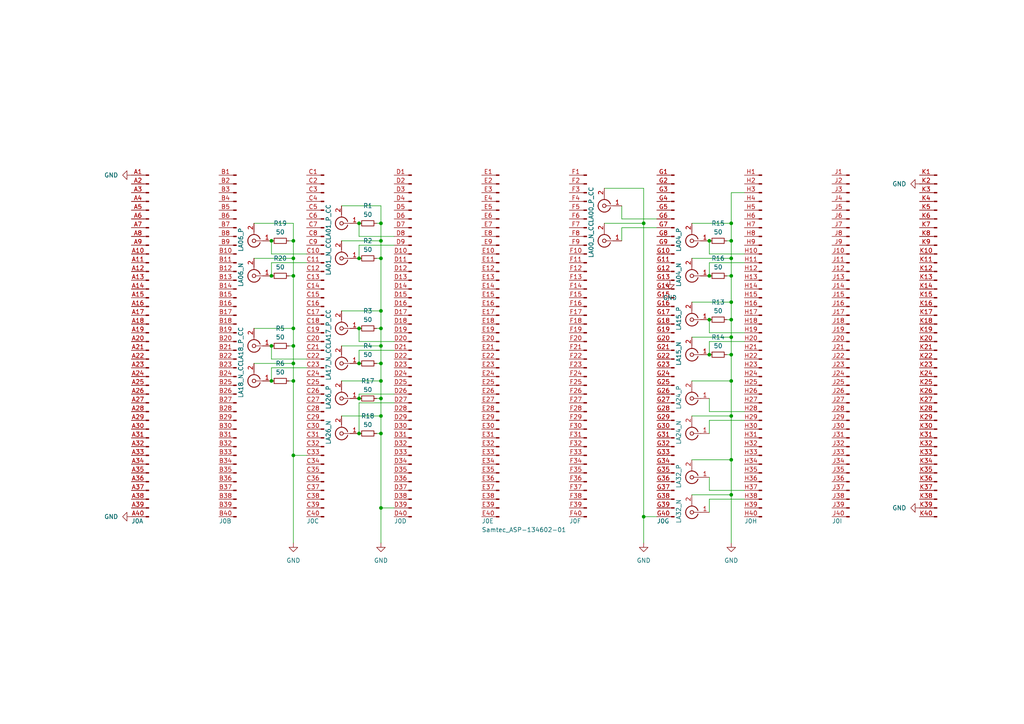
<source format=kicad_sch>
(kicad_sch (version 20230121) (generator eeschema)
  (paper "A4")
  (title_block (title "FMC Mezzanine") (date "2024-03-13") (rev "1.0") (company "University of Vienna"))
  (lib_symbols
    (symbol "Conn_Coaxial_1" (pin_names (offset 1.016) hide)
      (property "Value" "LA06_P" (at 3.81 -0.2932 90))
      (symbol "Conn_Coaxial_1_1_1"
        (pin passive line (at -5.08 0 0) (length 2.54) (name "In") (number "1"))
        (pin passive line (at 0 -5.08 90) (length 2.54) (name "Ext") (number "2"))
      )
    )
    (symbol "Connector:Conn_Coaxial" (pin_names (offset 1.016) hide)
      (property "Reference" "J" (at 0.254 3.048 0))
      (property "Value" "Conn_Coaxial" (at 2.921 0 90))
      (symbol "Conn_Coaxial_1_1"
        (pin passive line (at -5.08 0 0) (length 2.54) (name "In") (number "1"))
        (pin passive line (at 0 -5.08 90) (length 2.54) (name "Ext") (number "2"))
      )
    )
    (symbol "Connector:Samtec_ASP-134602-01" (pin_names (offset 1.016) hide)
      (property "Reference" "J" (at 0 50.8 0))
      (property "Value" "Samtec_ASP-134602-01" (at 0 -53.34 0))
      (symbol "Samtec_ASP-134602-01_1_1"
        (pin passive line (at -5.08 48.26 0) (length 3.81) (name "Pin_1") (number "A1"))
        (pin passive line (at -5.08 25.4 0) (length 3.81) (name "Pin_10") (number "A10"))
        (pin passive line (at -5.08 22.86 0) (length 3.81) (name "Pin_11") (number "A11"))
        (pin passive line (at -5.08 20.32 0) (length 3.81) (name "Pin_12") (number "A12"))
        (pin passive line (at -5.08 17.78 0) (length 3.81) (name "Pin_13") (number "A13"))
        (pin passive line (at -5.08 15.24 0) (length 3.81) (name "Pin_14") (number "A14"))
        (pin passive line (at -5.08 12.7 0) (length 3.81) (name "Pin_15") (number "A15"))
        (pin passive line (at -5.08 10.16 0) (length 3.81) (name "Pin_16") (number "A16"))
        (pin passive line (at -5.08 7.62 0) (length 3.81) (name "Pin_17") (number "A17"))
        (pin passive line (at -5.08 5.08 0) (length 3.81) (name "Pin_18") (number "A18"))
        (pin passive line (at -5.08 2.54 0) (length 3.81) (name "Pin_19") (number "A19"))
        (pin passive line (at -5.08 45.72 0) (length 3.81) (name "Pin_2") (number "A2"))
        (pin passive line (at -5.08 0 0) (length 3.81) (name "Pin_20") (number "A20"))
        (pin passive line (at -5.08 -2.54 0) (length 3.81) (name "Pin_21") (number "A21"))
        (pin passive line (at -5.08 -5.08 0) (length 3.81) (name "Pin_22") (number "A22"))
        (pin passive line (at -5.08 -7.62 0) (length 3.81) (name "Pin_23") (number "A23"))
        (pin passive line (at -5.08 -10.16 0) (length 3.81) (name "Pin_24") (number "A24"))
        (pin passive line (at -5.08 -12.7 0) (length 3.81) (name "Pin_25") (number "A25"))
        (pin passive line (at -5.08 -15.24 0) (length 3.81) (name "Pin_26") (number "A26"))
        (pin passive line (at -5.08 -17.78 0) (length 3.81) (name "Pin_27") (number "A27"))
        (pin passive line (at -5.08 -20.32 0) (length 3.81) (name "Pin_28") (number "A28"))
        (pin passive line (at -5.08 -22.86 0) (length 3.81) (name "Pin_29") (number "A29"))
        (pin passive line (at -5.08 43.18 0) (length 3.81) (name "Pin_3") (number "A3"))
        (pin passive line (at -5.08 -25.4 0) (length 3.81) (name "Pin_30") (number "A30"))
        (pin passive line (at -5.08 -27.94 0) (length 3.81) (name "Pin_31") (number "A31"))
        (pin passive line (at -5.08 -30.48 0) (length 3.81) (name "Pin_32") (number "A32"))
        (pin passive line (at -5.08 -33.02 0) (length 3.81) (name "Pin_33") (number "A33"))
        (pin passive line (at -5.08 -35.56 0) (length 3.81) (name "Pin_34") (number "A34"))
        (pin passive line (at -5.08 -38.1 0) (length 3.81) (name "Pin_35") (number "A35"))
        (pin passive line (at -5.08 -40.64 0) (length 3.81) (name "Pin_36") (number "A36"))
        (pin passive line (at -5.08 -43.18 0) (length 3.81) (name "Pin_37") (number "A37"))
        (pin passive line (at -5.08 -45.72 0) (length 3.81) (name "Pin_38") (number "A38"))
        (pin passive line (at -5.08 -48.26 0) (length 3.81) (name "Pin_39") (number "A39"))
        (pin passive line (at -5.08 40.64 0) (length 3.81) (name "Pin_4") (number "A4"))
        (pin passive line (at -5.08 -50.8 0) (length 3.81) (name "Pin_40") (number "A40"))
        (pin passive line (at -5.08 38.1 0) (length 3.81) (name "Pin_5") (number "A5"))
        (pin passive line (at -5.08 35.56 0) (length 3.81) (name "Pin_6") (number "A6"))
        (pin passive line (at -5.08 33.02 0) (length 3.81) (name "Pin_7") (number "A7"))
        (pin passive line (at -5.08 30.48 0) (length 3.81) (name "Pin_8") (number "A8"))
        (pin passive line (at -5.08 27.94 0) (length 3.81) (name "Pin_9") (number "A9"))
      )
      (symbol "Samtec_ASP-134602-01_2_1"
        (pin passive line (at -5.08 48.26 0) (length 3.81) (name "Pin_1") (number "B1"))
        (pin passive line (at -5.08 25.4 0) (length 3.81) (name "Pin_10") (number "B10"))
        (pin passive line (at -5.08 22.86 0) (length 3.81) (name "Pin_11") (number "B11"))
        (pin passive line (at -5.08 20.32 0) (length 3.81) (name "Pin_12") (number "B12"))
        (pin passive line (at -5.08 17.78 0) (length 3.81) (name "Pin_13") (number "B13"))
        (pin passive line (at -5.08 15.24 0) (length 3.81) (name "Pin_14") (number "B14"))
        (pin passive line (at -5.08 12.7 0) (length 3.81) (name "Pin_15") (number "B15"))
        (pin passive line (at -5.08 10.16 0) (length 3.81) (name "Pin_16") (number "B16"))
        (pin passive line (at -5.08 7.62 0) (length 3.81) (name "Pin_17") (number "B17"))
        (pin passive line (at -5.08 5.08 0) (length 3.81) (name "Pin_18") (number "B18"))
        (pin passive line (at -5.08 2.54 0) (length 3.81) (name "Pin_19") (number "B19"))
        (pin passive line (at -5.08 45.72 0) (length 3.81) (name "Pin_2") (number "B2"))
        (pin passive line (at -5.08 0 0) (length 3.81) (name "Pin_20") (number "B20"))
        (pin passive line (at -5.08 -2.54 0) (length 3.81) (name "Pin_21") (number "B21"))
        (pin passive line (at -5.08 -5.08 0) (length 3.81) (name "Pin_22") (number "B22"))
        (pin passive line (at -5.08 -7.62 0) (length 3.81) (name "Pin_23") (number "B23"))
        (pin passive line (at -5.08 -10.16 0) (length 3.81) (name "Pin_24") (number "B24"))
        (pin passive line (at -5.08 -12.7 0) (length 3.81) (name "Pin_25") (number "B25"))
        (pin passive line (at -5.08 -15.24 0) (length 3.81) (name "Pin_26") (number "B26"))
        (pin passive line (at -5.08 -17.78 0) (length 3.81) (name "Pin_27") (number "B27"))
        (pin passive line (at -5.08 -20.32 0) (length 3.81) (name "Pin_28") (number "B28"))
        (pin passive line (at -5.08 -22.86 0) (length 3.81) (name "Pin_29") (number "B29"))
        (pin passive line (at -5.08 43.18 0) (length 3.81) (name "Pin_3") (number "B3"))
        (pin passive line (at -5.08 -25.4 0) (length 3.81) (name "Pin_30") (number "B30"))
        (pin passive line (at -5.08 -27.94 0) (length 3.81) (name "Pin_31") (number "B31"))
        (pin passive line (at -5.08 -30.48 0) (length 3.81) (name "Pin_32") (number "B32"))
        (pin passive line (at -5.08 -33.02 0) (length 3.81) (name "Pin_33") (number "B33"))
        (pin passive line (at -5.08 -35.56 0) (length 3.81) (name "Pin_34") (number "B34"))
        (pin passive line (at -5.08 -38.1 0) (length 3.81) (name "Pin_35") (number "B35"))
        (pin passive line (at -5.08 -40.64 0) (length 3.81) (name "Pin_36") (number "B36"))
        (pin passive line (at -5.08 -43.18 0) (length 3.81) (name "Pin_37") (number "B37"))
        (pin passive line (at -5.08 -45.72 0) (length 3.81) (name "Pin_38") (number "B38"))
        (pin passive line (at -5.08 -48.26 0) (length 3.81) (name "Pin_39") (number "B39"))
        (pin passive line (at -5.08 40.64 0) (length 3.81) (name "Pin_4") (number "B4"))
        (pin passive line (at -5.08 -50.8 0) (length 3.81) (name "Pin_40") (number "B40"))
        (pin passive line (at -5.08 38.1 0) (length 3.81) (name "Pin_5") (number "B5"))
        (pin passive line (at -5.08 35.56 0) (length 3.81) (name "Pin_6") (number "B6"))
        (pin passive line (at -5.08 33.02 0) (length 3.81) (name "Pin_7") (number "B7"))
        (pin passive line (at -5.08 30.48 0) (length 3.81) (name "Pin_8") (number "B8"))
        (pin passive line (at -5.08 27.94 0) (length 3.81) (name "Pin_9") (number "B9"))
      )
      (symbol "Samtec_ASP-134602-01_3_1"
        (pin passive line (at -5.08 48.26 0) (length 3.81) (name "Pin_1") (number "C1"))
        (pin passive line (at -5.08 25.4 0) (length 3.81) (name "Pin_10") (number "C10"))
        (pin passive line (at -5.08 22.86 0) (length 3.81) (name "Pin_11") (number "C11"))
        (pin passive line (at -5.08 20.32 0) (length 3.81) (name "Pin_12") (number "C12"))
        (pin passive line (at -5.08 17.78 0) (length 3.81) (name "Pin_13") (number "C13"))
        (pin passive line (at -5.08 15.24 0) (length 3.81) (name "Pin_14") (number "C14"))
        (pin passive line (at -5.08 12.7 0) (length 3.81) (name "Pin_15") (number "C15"))
        (pin passive line (at -5.08 10.16 0) (length 3.81) (name "Pin_16") (number "C16"))
        (pin passive line (at -5.08 7.62 0) (length 3.81) (name "Pin_17") (number "C17"))
        (pin passive line (at -5.08 5.08 0) (length 3.81) (name "Pin_18") (number "C18"))
        (pin passive line (at -5.08 2.54 0) (length 3.81) (name "Pin_19") (number "C19"))
        (pin passive line (at -5.08 45.72 0) (length 3.81) (name "Pin_2") (number "C2"))
        (pin passive line (at -5.08 0 0) (length 3.81) (name "Pin_20") (number "C20"))
        (pin passive line (at -5.08 -2.54 0) (length 3.81) (name "Pin_21") (number "C21"))
        (pin passive line (at -5.08 -5.08 0) (length 3.81) (name "Pin_22") (number "C22"))
        (pin passive line (at -5.08 -7.62 0) (length 3.81) (name "Pin_23") (number "C23"))
        (pin passive line (at -5.08 -10.16 0) (length 3.81) (name "Pin_24") (number "C24"))
        (pin passive line (at -5.08 -12.7 0) (length 3.81) (name "Pin_25") (number "C25"))
        (pin passive line (at -5.08 -15.24 0) (length 3.81) (name "Pin_26") (number "C26"))
        (pin passive line (at -5.08 -17.78 0) (length 3.81) (name "Pin_27") (number "C27"))
        (pin passive line (at -5.08 -20.32 0) (length 3.81) (name "Pin_28") (number "C28"))
        (pin passive line (at -5.08 -22.86 0) (length 3.81) (name "Pin_29") (number "C29"))
        (pin passive line (at -5.08 43.18 0) (length 3.81) (name "Pin_3") (number "C3"))
        (pin passive line (at -5.08 -25.4 0) (length 3.81) (name "Pin_30") (number "C30"))
        (pin passive line (at -5.08 -27.94 0) (length 3.81) (name "Pin_31") (number "C31"))
        (pin passive line (at -5.08 -30.48 0) (length 3.81) (name "Pin_32") (number "C32"))
        (pin passive line (at -5.08 -33.02 0) (length 3.81) (name "Pin_33") (number "C33"))
        (pin passive line (at -5.08 -35.56 0) (length 3.81) (name "Pin_34") (number "C34"))
        (pin passive line (at -5.08 -38.1 0) (length 3.81) (name "Pin_35") (number "C35"))
        (pin passive line (at -5.08 -40.64 0) (length 3.81) (name "Pin_36") (number "C36"))
        (pin passive line (at -5.08 -43.18 0) (length 3.81) (name "Pin_37") (number "C37"))
        (pin passive line (at -5.08 -45.72 0) (length 3.81) (name "Pin_38") (number "C38"))
        (pin passive line (at -5.08 -48.26 0) (length 3.81) (name "Pin_39") (number "C39"))
        (pin passive line (at -5.08 40.64 0) (length 3.81) (name "Pin_4") (number "C4"))
        (pin passive line (at -5.08 -50.8 0) (length 3.81) (name "Pin_40") (number "C40"))
        (pin passive line (at -5.08 38.1 0) (length 3.81) (name "Pin_5") (number "C5"))
        (pin passive line (at -5.08 35.56 0) (length 3.81) (name "Pin_6") (number "C6"))
        (pin passive line (at -5.08 33.02 0) (length 3.81) (name "Pin_7") (number "C7"))
        (pin passive line (at -5.08 30.48 0) (length 3.81) (name "Pin_8") (number "C8"))
        (pin passive line (at -5.08 27.94 0) (length 3.81) (name "Pin_9") (number "C9"))
      )
      (symbol "Samtec_ASP-134602-01_4_1"
        (pin passive line (at -5.08 48.26 0) (length 3.81) (name "Pin_1") (number "D1"))
        (pin passive line (at -5.08 25.4 0) (length 3.81) (name "Pin_10") (number "D10"))
        (pin passive line (at -5.08 22.86 0) (length 3.81) (name "Pin_11") (number "D11"))
        (pin passive line (at -5.08 20.32 0) (length 3.81) (name "Pin_12") (number "D12"))
        (pin passive line (at -5.08 17.78 0) (length 3.81) (name "Pin_13") (number "D13"))
        (pin passive line (at -5.08 15.24 0) (length 3.81) (name "Pin_14") (number "D14"))
        (pin passive line (at -5.08 12.7 0) (length 3.81) (name "Pin_15") (number "D15"))
        (pin passive line (at -5.08 10.16 0) (length 3.81) (name "Pin_16") (number "D16"))
        (pin passive line (at -5.08 7.62 0) (length 3.81) (name "Pin_17") (number "D17"))
        (pin passive line (at -5.08 5.08 0) (length 3.81) (name "Pin_18") (number "D18"))
        (pin passive line (at -5.08 2.54 0) (length 3.81) (name "Pin_19") (number "D19"))
        (pin passive line (at -5.08 45.72 0) (length 3.81) (name "Pin_2") (number "D2"))
        (pin passive line (at -5.08 0 0) (length 3.81) (name "Pin_20") (number "D20"))
        (pin passive line (at -5.08 -2.54 0) (length 3.81) (name "Pin_21") (number "D21"))
        (pin passive line (at -5.08 -5.08 0) (length 3.81) (name "Pin_22") (number "D22"))
        (pin passive line (at -5.08 -7.62 0) (length 3.81) (name "Pin_23") (number "D23"))
        (pin passive line (at -5.08 -10.16 0) (length 3.81) (name "Pin_24") (number "D24"))
        (pin passive line (at -5.08 -12.7 0) (length 3.81) (name "Pin_25") (number "D25"))
        (pin passive line (at -5.08 -15.24 0) (length 3.81) (name "Pin_26") (number "D26"))
        (pin passive line (at -5.08 -17.78 0) (length 3.81) (name "Pin_27") (number "D27"))
        (pin passive line (at -5.08 -20.32 0) (length 3.81) (name "Pin_28") (number "D28"))
        (pin passive line (at -5.08 -22.86 0) (length 3.81) (name "Pin_29") (number "D29"))
        (pin passive line (at -5.08 43.18 0) (length 3.81) (name "Pin_3") (number "D3"))
        (pin passive line (at -5.08 -25.4 0) (length 3.81) (name "Pin_30") (number "D30"))
        (pin passive line (at -5.08 -27.94 0) (length 3.81) (name "Pin_31") (number "D31"))
        (pin passive line (at -5.08 -30.48 0) (length 3.81) (name "Pin_32") (number "D32"))
        (pin passive line (at -5.08 -33.02 0) (length 3.81) (name "Pin_33") (number "D33"))
        (pin passive line (at -5.08 -35.56 0) (length 3.81) (name "Pin_34") (number "D34"))
        (pin passive line (at -5.08 -38.1 0) (length 3.81) (name "Pin_35") (number "D35"))
        (pin passive line (at -5.08 -40.64 0) (length 3.81) (name "Pin_36") (number "D36"))
        (pin passive line (at -5.08 -43.18 0) (length 3.81) (name "Pin_37") (number "D37"))
        (pin passive line (at -5.08 -45.72 0) (length 3.81) (name "Pin_38") (number "D38"))
        (pin passive line (at -5.08 -48.26 0) (length 3.81) (name "Pin_39") (number "D39"))
        (pin passive line (at -5.08 40.64 0) (length 3.81) (name "Pin_4") (number "D4"))
        (pin passive line (at -5.08 -50.8 0) (length 3.81) (name "Pin_40") (number "D40"))
        (pin passive line (at -5.08 38.1 0) (length 3.81) (name "Pin_5") (number "D5"))
        (pin passive line (at -5.08 35.56 0) (length 3.81) (name "Pin_6") (number "D6"))
        (pin passive line (at -5.08 33.02 0) (length 3.81) (name "Pin_7") (number "D7"))
        (pin passive line (at -5.08 30.48 0) (length 3.81) (name "Pin_8") (number "D8"))
        (pin passive line (at -5.08 27.94 0) (length 3.81) (name "Pin_9") (number "D9"))
      )
      (symbol "Samtec_ASP-134602-01_5_1"
        (pin passive line (at -5.08 48.26 0) (length 3.81) (name "Pin_1") (number "E1"))
        (pin passive line (at -5.08 25.4 0) (length 3.81) (name "Pin_10") (number "E10"))
        (pin passive line (at -5.08 22.86 0) (length 3.81) (name "Pin_11") (number "E11"))
        (pin passive line (at -5.08 20.32 0) (length 3.81) (name "Pin_12") (number "E12"))
        (pin passive line (at -5.08 17.78 0) (length 3.81) (name "Pin_13") (number "E13"))
        (pin passive line (at -5.08 15.24 0) (length 3.81) (name "Pin_14") (number "E14"))
        (pin passive line (at -5.08 12.7 0) (length 3.81) (name "Pin_15") (number "E15"))
        (pin passive line (at -5.08 10.16 0) (length 3.81) (name "Pin_16") (number "E16"))
        (pin passive line (at -5.08 7.62 0) (length 3.81) (name "Pin_17") (number "E17"))
        (pin passive line (at -5.08 5.08 0) (length 3.81) (name "Pin_18") (number "E18"))
        (pin passive line (at -5.08 2.54 0) (length 3.81) (name "Pin_19") (number "E19"))
        (pin passive line (at -5.08 45.72 0) (length 3.81) (name "Pin_2") (number "E2"))
        (pin passive line (at -5.08 0 0) (length 3.81) (name "Pin_20") (number "E20"))
        (pin passive line (at -5.08 -2.54 0) (length 3.81) (name "Pin_21") (number "E21"))
        (pin passive line (at -5.08 -5.08 0) (length 3.81) (name "Pin_22") (number "E22"))
        (pin passive line (at -5.08 -7.62 0) (length 3.81) (name "Pin_23") (number "E23"))
        (pin passive line (at -5.08 -10.16 0) (length 3.81) (name "Pin_24") (number "E24"))
        (pin passive line (at -5.08 -12.7 0) (length 3.81) (name "Pin_25") (number "E25"))
        (pin passive line (at -5.08 -15.24 0) (length 3.81) (name "Pin_26") (number "E26"))
        (pin passive line (at -5.08 -17.78 0) (length 3.81) (name "Pin_27") (number "E27"))
        (pin passive line (at -5.08 -20.32 0) (length 3.81) (name "Pin_28") (number "E28"))
        (pin passive line (at -5.08 -22.86 0) (length 3.81) (name "Pin_29") (number "E29"))
        (pin passive line (at -5.08 43.18 0) (length 3.81) (name "Pin_3") (number "E3"))
        (pin passive line (at -5.08 -25.4 0) (length 3.81) (name "Pin_30") (number "E30"))
        (pin passive line (at -5.08 -27.94 0) (length 3.81) (name "Pin_31") (number "E31"))
        (pin passive line (at -5.08 -30.48 0) (length 3.81) (name "Pin_32") (number "E32"))
        (pin passive line (at -5.08 -33.02 0) (length 3.81) (name "Pin_33") (number "E33"))
        (pin passive line (at -5.08 -35.56 0) (length 3.81) (name "Pin_34") (number "E34"))
        (pin passive line (at -5.08 -38.1 0) (length 3.81) (name "Pin_35") (number "E35"))
        (pin passive line (at -5.08 -40.64 0) (length 3.81) (name "Pin_36") (number "E36"))
        (pin passive line (at -5.08 -43.18 0) (length 3.81) (name "Pin_37") (number "E37"))
        (pin passive line (at -5.08 -45.72 0) (length 3.81) (name "Pin_38") (number "E38"))
        (pin passive line (at -5.08 -48.26 0) (length 3.81) (name "Pin_39") (number "E39"))
        (pin passive line (at -5.08 40.64 0) (length 3.81) (name "Pin_4") (number "E4"))
        (pin passive line (at -5.08 -50.8 0) (length 3.81) (name "Pin_40") (number "E40"))
        (pin passive line (at -5.08 38.1 0) (length 3.81) (name "Pin_5") (number "E5"))
        (pin passive line (at -5.08 35.56 0) (length 3.81) (name "Pin_6") (number "E6"))
        (pin passive line (at -5.08 33.02 0) (length 3.81) (name "Pin_7") (number "E7"))
        (pin passive line (at -5.08 30.48 0) (length 3.81) (name "Pin_8") (number "E8"))
        (pin passive line (at -5.08 27.94 0) (length 3.81) (name "Pin_9") (number "E9"))
      )
      (symbol "Samtec_ASP-134602-01_6_1"
        (pin passive line (at -5.08 48.26 0) (length 3.81) (name "Pin_1") (number "F1"))
        (pin passive line (at -5.08 25.4 0) (length 3.81) (name "Pin_10") (number "F10"))
        (pin passive line (at -5.08 22.86 0) (length 3.81) (name "Pin_11") (number "F11"))
        (pin passive line (at -5.08 20.32 0) (length 3.81) (name "Pin_12") (number "F12"))
        (pin passive line (at -5.08 17.78 0) (length 3.81) (name "Pin_13") (number "F13"))
        (pin passive line (at -5.08 15.24 0) (length 3.81) (name "Pin_14") (number "F14"))
        (pin passive line (at -5.08 12.7 0) (length 3.81) (name "Pin_15") (number "F15"))
        (pin passive line (at -5.08 10.16 0) (length 3.81) (name "Pin_16") (number "F16"))
        (pin passive line (at -5.08 7.62 0) (length 3.81) (name "Pin_17") (number "F17"))
        (pin passive line (at -5.08 5.08 0) (length 3.81) (name "Pin_18") (number "F18"))
        (pin passive line (at -5.08 2.54 0) (length 3.81) (name "Pin_19") (number "F19"))
        (pin passive line (at -5.08 45.72 0) (length 3.81) (name "Pin_2") (number "F2"))
        (pin passive line (at -5.08 0 0) (length 3.81) (name "Pin_20") (number "F20"))
        (pin passive line (at -5.08 -2.54 0) (length 3.81) (name "Pin_21") (number "F21"))
        (pin passive line (at -5.08 -5.08 0) (length 3.81) (name "Pin_22") (number "F22"))
        (pin passive line (at -5.08 -7.62 0) (length 3.81) (name "Pin_23") (number "F23"))
        (pin passive line (at -5.08 -10.16 0) (length 3.81) (name "Pin_24") (number "F24"))
        (pin passive line (at -5.08 -12.7 0) (length 3.81) (name "Pin_25") (number "F25"))
        (pin passive line (at -5.08 -15.24 0) (length 3.81) (name "Pin_26") (number "F26"))
        (pin passive line (at -5.08 -17.78 0) (length 3.81) (name "Pin_27") (number "F27"))
        (pin passive line (at -5.08 -20.32 0) (length 3.81) (name "Pin_28") (number "F28"))
        (pin passive line (at -5.08 -22.86 0) (length 3.81) (name "Pin_29") (number "F29"))
        (pin passive line (at -5.08 43.18 0) (length 3.81) (name "Pin_3") (number "F3"))
        (pin passive line (at -5.08 -25.4 0) (length 3.81) (name "Pin_30") (number "F30"))
        (pin passive line (at -5.08 -27.94 0) (length 3.81) (name "Pin_31") (number "F31"))
        (pin passive line (at -5.08 -30.48 0) (length 3.81) (name "Pin_32") (number "F32"))
        (pin passive line (at -5.08 -33.02 0) (length 3.81) (name "Pin_33") (number "F33"))
        (pin passive line (at -5.08 -35.56 0) (length 3.81) (name "Pin_34") (number "F34"))
        (pin passive line (at -5.08 -38.1 0) (length 3.81) (name "Pin_35") (number "F35"))
        (pin passive line (at -5.08 -40.64 0) (length 3.81) (name "Pin_36") (number "F36"))
        (pin passive line (at -5.08 -43.18 0) (length 3.81) (name "Pin_37") (number "F37"))
        (pin passive line (at -5.08 -45.72 0) (length 3.81) (name "Pin_38") (number "F38"))
        (pin passive line (at -5.08 -48.26 0) (length 3.81) (name "Pin_39") (number "F39"))
        (pin passive line (at -5.08 40.64 0) (length 3.81) (name "Pin_4") (number "F4"))
        (pin passive line (at -5.08 -50.8 0) (length 3.81) (name "Pin_40") (number "F40"))
        (pin passive line (at -5.08 38.1 0) (length 3.81) (name "Pin_5") (number "F5"))
        (pin passive line (at -5.08 35.56 0) (length 3.81) (name "Pin_6") (number "F6"))
        (pin passive line (at -5.08 33.02 0) (length 3.81) (name "Pin_7") (number "F7"))
        (pin passive line (at -5.08 30.48 0) (length 3.81) (name "Pin_8") (number "F8"))
        (pin passive line (at -5.08 27.94 0) (length 3.81) (name "Pin_9") (number "F9"))
      )
      (symbol "Samtec_ASP-134602-01_7_1"
        (pin passive line (at -5.08 48.26 0) (length 3.81) (name "Pin_1") (number "G1"))
        (pin passive line (at -5.08 25.4 0) (length 3.81) (name "Pin_10") (number "G10"))
        (pin passive line (at -5.08 22.86 0) (length 3.81) (name "Pin_11") (number "G11"))
        (pin passive line (at -5.08 20.32 0) (length 3.81) (name "Pin_12") (number "G12"))
        (pin passive line (at -5.08 17.78 0) (length 3.81) (name "Pin_13") (number "G13"))
        (pin passive line (at -5.08 15.24 0) (length 3.81) (name "Pin_14") (number "G14"))
        (pin passive line (at -5.08 12.7 0) (length 3.81) (name "Pin_15") (number "G15"))
        (pin passive line (at -5.08 10.16 0) (length 3.81) (name "Pin_16") (number "G16"))
        (pin passive line (at -5.08 7.62 0) (length 3.81) (name "Pin_17") (number "G17"))
        (pin passive line (at -5.08 5.08 0) (length 3.81) (name "Pin_18") (number "G18"))
        (pin passive line (at -5.08 2.54 0) (length 3.81) (name "Pin_19") (number "G19"))
        (pin passive line (at -5.08 45.72 0) (length 3.81) (name "Pin_2") (number "G2"))
        (pin passive line (at -5.08 0 0) (length 3.81) (name "Pin_20") (number "G20"))
        (pin passive line (at -5.08 -2.54 0) (length 3.81) (name "Pin_21") (number "G21"))
        (pin passive line (at -5.08 -5.08 0) (length 3.81) (name "Pin_22") (number "G22"))
        (pin passive line (at -5.08 -7.62 0) (length 3.81) (name "Pin_23") (number "G23"))
        (pin passive line (at -5.08 -10.16 0) (length 3.81) (name "Pin_24") (number "G24"))
        (pin passive line (at -5.08 -12.7 0) (length 3.81) (name "Pin_25") (number "G25"))
        (pin passive line (at -5.08 -15.24 0) (length 3.81) (name "Pin_26") (number "G26"))
        (pin passive line (at -5.08 -17.78 0) (length 3.81) (name "Pin_27") (number "G27"))
        (pin passive line (at -5.08 -20.32 0) (length 3.81) (name "Pin_28") (number "G28"))
        (pin passive line (at -5.08 -22.86 0) (length 3.81) (name "Pin_29") (number "G29"))
        (pin passive line (at -5.08 43.18 0) (length 3.81) (name "Pin_3") (number "G3"))
        (pin passive line (at -5.08 -25.4 0) (length 3.81) (name "Pin_30") (number "G30"))
        (pin passive line (at -5.08 -27.94 0) (length 3.81) (name "Pin_31") (number "G31"))
        (pin passive line (at -5.08 -30.48 0) (length 3.81) (name "Pin_32") (number "G32"))
        (pin passive line (at -5.08 -33.02 0) (length 3.81) (name "Pin_33") (number "G33"))
        (pin passive line (at -5.08 -35.56 0) (length 3.81) (name "Pin_34") (number "G34"))
        (pin passive line (at -5.08 -38.1 0) (length 3.81) (name "Pin_35") (number "G35"))
        (pin passive line (at -5.08 -40.64 0) (length 3.81) (name "Pin_36") (number "G36"))
        (pin passive line (at -5.08 -43.18 0) (length 3.81) (name "Pin_37") (number "G37"))
        (pin passive line (at -5.08 -45.72 0) (length 3.81) (name "Pin_38") (number "G38"))
        (pin passive line (at -5.08 -48.26 0) (length 3.81) (name "Pin_39") (number "G39"))
        (pin passive line (at -5.08 40.64 0) (length 3.81) (name "Pin_4") (number "G4"))
        (pin passive line (at -5.08 -50.8 0) (length 3.81) (name "Pin_40") (number "G40"))
        (pin passive line (at -5.08 38.1 0) (length 3.81) (name "Pin_5") (number "G5"))
        (pin passive line (at -5.08 35.56 0) (length 3.81) (name "Pin_6") (number "G6"))
        (pin passive line (at -5.08 33.02 0) (length 3.81) (name "Pin_7") (number "G7"))
        (pin passive line (at -5.08 30.48 0) (length 3.81) (name "Pin_8") (number "G8"))
        (pin passive line (at -5.08 27.94 0) (length 3.81) (name "Pin_9") (number "G9"))
      )
      (symbol "Samtec_ASP-134602-01_8_1"
        (pin passive line (at -5.08 48.26 0) (length 3.81) (name "Pin_1") (number "H1"))
        (pin passive line (at -5.08 25.4 0) (length 3.81) (name "Pin_10") (number "H10"))
        (pin passive line (at -5.08 22.86 0) (length 3.81) (name "Pin_11") (number "H11"))
        (pin passive line (at -5.08 20.32 0) (length 3.81) (name "Pin_12") (number "H12"))
        (pin passive line (at -5.08 17.78 0) (length 3.81) (name "Pin_13") (number "H13"))
        (pin passive line (at -5.08 15.24 0) (length 3.81) (name "Pin_14") (number "H14"))
        (pin passive line (at -5.08 12.7 0) (length 3.81) (name "Pin_15") (number "H15"))
        (pin passive line (at -5.08 10.16 0) (length 3.81) (name "Pin_16") (number "H16"))
        (pin passive line (at -5.08 7.62 0) (length 3.81) (name "Pin_17") (number "H17"))
        (pin passive line (at -5.08 5.08 0) (length 3.81) (name "Pin_18") (number "H18"))
        (pin passive line (at -5.08 2.54 0) (length 3.81) (name "Pin_19") (number "H19"))
        (pin passive line (at -5.08 45.72 0) (length 3.81) (name "Pin_2") (number "H2"))
        (pin passive line (at -5.08 0 0) (length 3.81) (name "Pin_20") (number "H20"))
        (pin passive line (at -5.08 -2.54 0) (length 3.81) (name "Pin_21") (number "H21"))
        (pin passive line (at -5.08 -5.08 0) (length 3.81) (name "Pin_22") (number "H22"))
        (pin passive line (at -5.08 -7.62 0) (length 3.81) (name "Pin_23") (number "H23"))
        (pin passive line (at -5.08 -10.16 0) (length 3.81) (name "Pin_24") (number "H24"))
        (pin passive line (at -5.08 -12.7 0) (length 3.81) (name "Pin_25") (number "H25"))
        (pin passive line (at -5.08 -15.24 0) (length 3.81) (name "Pin_26") (number "H26"))
        (pin passive line (at -5.08 -17.78 0) (length 3.81) (name "Pin_27") (number "H27"))
        (pin passive line (at -5.08 -20.32 0) (length 3.81) (name "Pin_28") (number "H28"))
        (pin passive line (at -5.08 -22.86 0) (length 3.81) (name "Pin_29") (number "H29"))
        (pin passive line (at -5.08 43.18 0) (length 3.81) (name "Pin_3") (number "H3"))
        (pin passive line (at -5.08 -25.4 0) (length 3.81) (name "Pin_30") (number "H30"))
        (pin passive line (at -5.08 -27.94 0) (length 3.81) (name "Pin_31") (number "H31"))
        (pin passive line (at -5.08 -30.48 0) (length 3.81) (name "Pin_32") (number "H32"))
        (pin passive line (at -5.08 -33.02 0) (length 3.81) (name "Pin_33") (number "H33"))
        (pin passive line (at -5.08 -35.56 0) (length 3.81) (name "Pin_34") (number "H34"))
        (pin passive line (at -5.08 -38.1 0) (length 3.81) (name "Pin_35") (number "H35"))
        (pin passive line (at -5.08 -40.64 0) (length 3.81) (name "Pin_36") (number "H36"))
        (pin passive line (at -5.08 -43.18 0) (length 3.81) (name "Pin_37") (number "H37"))
        (pin passive line (at -5.08 -45.72 0) (length 3.81) (name "Pin_38") (number "H38"))
        (pin passive line (at -5.08 -48.26 0) (length 3.81) (name "Pin_39") (number "H39"))
        (pin passive line (at -5.08 40.64 0) (length 3.81) (name "Pin_4") (number "H4"))
        (pin passive line (at -5.08 -50.8 0) (length 3.81) (name "Pin_40") (number "H40"))
        (pin passive line (at -5.08 38.1 0) (length 3.81) (name "Pin_5") (number "H5"))
        (pin passive line (at -5.08 35.56 0) (length 3.81) (name "Pin_6") (number "H6"))
        (pin passive line (at -5.08 33.02 0) (length 3.81) (name "Pin_7") (number "H7"))
        (pin passive line (at -5.08 30.48 0) (length 3.81) (name "Pin_8") (number "H8"))
        (pin passive line (at -5.08 27.94 0) (length 3.81) (name "Pin_9") (number "H9"))
      )
      (symbol "Samtec_ASP-134602-01_9_1"
        (pin passive line (at -5.08 48.26 0) (length 3.81) (name "Pin_1") (number "J1"))
        (pin passive line (at -5.08 25.4 0) (length 3.81) (name "Pin_10") (number "J10"))
        (pin passive line (at -5.08 22.86 0) (length 3.81) (name "Pin_11") (number "J11"))
        (pin passive line (at -5.08 20.32 0) (length 3.81) (name "Pin_12") (number "J12"))
        (pin passive line (at -5.08 17.78 0) (length 3.81) (name "Pin_13") (number "J13"))
        (pin passive line (at -5.08 15.24 0) (length 3.81) (name "Pin_14") (number "J14"))
        (pin passive line (at -5.08 12.7 0) (length 3.81) (name "Pin_15") (number "J15"))
        (pin passive line (at -5.08 10.16 0) (length 3.81) (name "Pin_16") (number "J16"))
        (pin passive line (at -5.08 7.62 0) (length 3.81) (name "Pin_17") (number "J17"))
        (pin passive line (at -5.08 5.08 0) (length 3.81) (name "Pin_18") (number "J18"))
        (pin passive line (at -5.08 2.54 0) (length 3.81) (name "Pin_19") (number "J19"))
        (pin passive line (at -5.08 45.72 0) (length 3.81) (name "Pin_2") (number "J2"))
        (pin passive line (at -5.08 0 0) (length 3.81) (name "Pin_20") (number "J20"))
        (pin passive line (at -5.08 -2.54 0) (length 3.81) (name "Pin_21") (number "J21"))
        (pin passive line (at -5.08 -5.08 0) (length 3.81) (name "Pin_22") (number "J22"))
        (pin passive line (at -5.08 -7.62 0) (length 3.81) (name "Pin_23") (number "J23"))
        (pin passive line (at -5.08 -10.16 0) (length 3.81) (name "Pin_24") (number "J24"))
        (pin passive line (at -5.08 -12.7 0) (length 3.81) (name "Pin_25") (number "J25"))
        (pin passive line (at -5.08 -15.24 0) (length 3.81) (name "Pin_26") (number "J26"))
        (pin passive line (at -5.08 -17.78 0) (length 3.81) (name "Pin_27") (number "J27"))
        (pin passive line (at -5.08 -20.32 0) (length 3.81) (name "Pin_28") (number "J28"))
        (pin passive line (at -5.08 -22.86 0) (length 3.81) (name "Pin_29") (number "J29"))
        (pin passive line (at -5.08 43.18 0) (length 3.81) (name "Pin_3") (number "J3"))
        (pin passive line (at -5.08 -25.4 0) (length 3.81) (name "Pin_30") (number "J30"))
        (pin passive line (at -5.08 -27.94 0) (length 3.81) (name "Pin_31") (number "J31"))
        (pin passive line (at -5.08 -30.48 0) (length 3.81) (name "Pin_32") (number "J32"))
        (pin passive line (at -5.08 -33.02 0) (length 3.81) (name "Pin_33") (number "J33"))
        (pin passive line (at -5.08 -35.56 0) (length 3.81) (name "Pin_34") (number "J34"))
        (pin passive line (at -5.08 -38.1 0) (length 3.81) (name "Pin_35") (number "J35"))
        (pin passive line (at -5.08 -40.64 0) (length 3.81) (name "Pin_36") (number "J36"))
        (pin passive line (at -5.08 -43.18 0) (length 3.81) (name "Pin_37") (number "J37"))
        (pin passive line (at -5.08 -45.72 0) (length 3.81) (name "Pin_38") (number "J38"))
        (pin passive line (at -5.08 -48.26 0) (length 3.81) (name "Pin_39") (number "J39"))
        (pin passive line (at -5.08 40.64 0) (length 3.81) (name "Pin_4") (number "J4"))
        (pin passive line (at -5.08 -50.8 0) (length 3.81) (name "Pin_40") (number "J40"))
        (pin passive line (at -5.08 38.1 0) (length 3.81) (name "Pin_5") (number "J5"))
        (pin passive line (at -5.08 35.56 0) (length 3.81) (name "Pin_6") (number "J6"))
        (pin passive line (at -5.08 33.02 0) (length 3.81) (name "Pin_7") (number "J7"))
        (pin passive line (at -5.08 30.48 0) (length 3.81) (name "Pin_8") (number "J8"))
        (pin passive line (at -5.08 27.94 0) (length 3.81) (name "Pin_9") (number "J9"))
      )
      (symbol "Samtec_ASP-134602-01_10_1"
        (pin passive line (at -5.08 48.26 0) (length 3.81) (name "Pin_1") (number "K1"))
        (pin passive line (at -5.08 25.4 0) (length 3.81) (name "Pin_10") (number "K10"))
        (pin passive line (at -5.08 22.86 0) (length 3.81) (name "Pin_11") (number "K11"))
        (pin passive line (at -5.08 20.32 0) (length 3.81) (name "Pin_12") (number "K12"))
        (pin passive line (at -5.08 17.78 0) (length 3.81) (name "Pin_13") (number "K13"))
        (pin passive line (at -5.08 15.24 0) (length 3.81) (name "Pin_14") (number "K14"))
        (pin passive line (at -5.08 12.7 0) (length 3.81) (name "Pin_15") (number "K15"))
        (pin passive line (at -5.08 10.16 0) (length 3.81) (name "Pin_16") (number "K16"))
        (pin passive line (at -5.08 7.62 0) (length 3.81) (name "Pin_17") (number "K17"))
        (pin passive line (at -5.08 5.08 0) (length 3.81) (name "Pin_18") (number "K18"))
        (pin passive line (at -5.08 2.54 0) (length 3.81) (name "Pin_19") (number "K19"))
        (pin passive line (at -5.08 45.72 0) (length 3.81) (name "Pin_2") (number "K2"))
        (pin passive line (at -5.08 0 0) (length 3.81) (name "Pin_20") (number "K20"))
        (pin passive line (at -5.08 -2.54 0) (length 3.81) (name "Pin_21") (number "K21"))
        (pin passive line (at -5.08 -5.08 0) (length 3.81) (name "Pin_22") (number "K22"))
        (pin passive line (at -5.08 -7.62 0) (length 3.81) (name "Pin_23") (number "K23"))
        (pin passive line (at -5.08 -10.16 0) (length 3.81) (name "Pin_24") (number "K24"))
        (pin passive line (at -5.08 -12.7 0) (length 3.81) (name "Pin_25") (number "K25"))
        (pin passive line (at -5.08 -15.24 0) (length 3.81) (name "Pin_26") (number "K26"))
        (pin passive line (at -5.08 -17.78 0) (length 3.81) (name "Pin_27") (number "K27"))
        (pin passive line (at -5.08 -20.32 0) (length 3.81) (name "Pin_28") (number "K28"))
        (pin passive line (at -5.08 -22.86 0) (length 3.81) (name "Pin_29") (number "K29"))
        (pin passive line (at -5.08 43.18 0) (length 3.81) (name "Pin_3") (number "K3"))
        (pin passive line (at -5.08 -25.4 0) (length 3.81) (name "Pin_30") (number "K30"))
        (pin passive line (at -5.08 -27.94 0) (length 3.81) (name "Pin_31") (number "K31"))
        (pin passive line (at -5.08 -30.48 0) (length 3.81) (name "Pin_32") (number "K32"))
        (pin passive line (at -5.08 -33.02 0) (length 3.81) (name "Pin_33") (number "K33"))
        (pin passive line (at -5.08 -35.56 0) (length 3.81) (name "Pin_34") (number "K34"))
        (pin passive line (at -5.08 -38.1 0) (length 3.81) (name "Pin_35") (number "K35"))
        (pin passive line (at -5.08 -40.64 0) (length 3.81) (name "Pin_36") (number "K36"))
        (pin passive line (at -5.08 -43.18 0) (length 3.81) (name "Pin_37") (number "K37"))
        (pin passive line (at -5.08 -45.72 0) (length 3.81) (name "Pin_38") (number "K38"))
        (pin passive line (at -5.08 -48.26 0) (length 3.81) (name "Pin_39") (number "K39"))
        (pin passive line (at -5.08 40.64 0) (length 3.81) (name "Pin_4") (number "K4"))
        (pin passive line (at -5.08 -50.8 0) (length 3.81) (name "Pin_40") (number "K40"))
        (pin passive line (at -5.08 38.1 0) (length 3.81) (name "Pin_5") (number "K5"))
        (pin passive line (at -5.08 35.56 0) (length 3.81) (name "Pin_6") (number "K6"))
        (pin passive line (at -5.08 33.02 0) (length 3.81) (name "Pin_7") (number "K7"))
        (pin passive line (at -5.08 30.48 0) (length 3.81) (name "Pin_8") (number "K8"))
        (pin passive line (at -5.08 27.94 0) (length 3.81) (name "Pin_9") (number "K9"))
      )
    )
    (symbol "Device:R_Small" (pin_numbers hide) (pin_names (offset 0.254) hide)
      (property "Reference" "R" (at 0.762 0.508 0))
      (property "Value" "R_Small" (at 0.762 -1.016 0))
      (symbol "R_Small_1_1"
        (pin passive line (at 0 2.54 270) (length 0.762) (name "~") (number "1"))
        (pin passive line (at 0 -2.54 90) (length 0.762) (name "~") (number "2"))
      )
    )
    (symbol "power:GND" (power) (pin_names (offset 0))
      (property "Value" "GND" (at 0 -3.81 0))
      (symbol "GND_1_1"
        (pin power_in line (at 0 0 270) (length 0) hide (name "GND") (number "1"))
      )
    )
  )
  (junction (at 110.49 74.93))
  (junction (at 110.49 147.32))
  (junction (at 110.49 95.25))
  (junction (at 104.14 64.77))
  (junction (at 110.49 115.57))
  (junction (at 212.09 133.35))
  (junction (at 186.69 64.77))
  (junction (at 85.09 105.41))
  (junction (at 205.74 80.01))
  (junction (at 110.49 69.85))
  (junction (at 110.49 100.33))
  (junction (at 110.49 64.77))
  (junction (at 104.14 95.25))
  (junction (at 212.09 69.85))
  (junction (at 110.49 90.17))
  (junction (at 212.09 92.71))
  (junction (at 212.09 74.93))
  (junction (at 85.09 95.25))
  (junction (at 78.74 100.33))
  (junction (at 78.74 80.01))
  (junction (at 212.09 80.01))
  (junction (at 110.49 125.73))
  (junction (at 212.09 143.51))
  (junction (at 212.09 64.77))
  (junction (at 205.74 102.87))
  (junction (at 205.74 69.85))
  (junction (at 85.09 69.85))
  (junction (at 205.74 92.71))
  (junction (at 85.09 132.08))
  (junction (at 85.09 110.49))
  (junction (at 212.09 110.49))
  (junction (at 104.14 74.93))
  (junction (at 85.09 100.33))
  (junction (at 110.49 110.49))
  (junction (at 212.09 87.63))
  (junction (at 186.69 149.86))
  (junction (at 78.74 69.85))
  (junction (at 85.09 74.93))
  (junction (at 110.49 120.65))
  (junction (at 104.14 105.41))
  (junction (at 104.14 115.57))
  (junction (at 110.49 105.41))
  (junction (at 85.09 80.01))
  (junction (at 212.09 102.87))
  (junction (at 212.09 120.65))
  (junction (at 78.74 110.49))
  (junction (at 104.14 125.73))
  (junction (at 212.09 97.79))
  (wire (pts (xy 205.74 142.24) (xy 215.9 142.24)))
  (wire (pts (xy 85.09 110.49) (xy 85.09 132.08)))
  (wire (pts (xy 212.09 92.71) (xy 212.09 97.79)))
  (wire (pts (xy 212.09 64.77) (xy 212.09 69.85)))
  (wire (pts (xy 205.74 121.92) (xy 215.9 121.92)))
  (wire (pts (xy 110.49 64.77) (xy 110.49 69.85)))
  (wire (pts (xy 205.74 73.66) (xy 215.9 73.66)))
  (wire (pts (xy 73.66 95.25) (xy 85.09 95.25)))
  (wire (pts (xy 104.14 101.6) (xy 114.3 101.6)))
  (wire (pts (xy 99.06 110.49) (xy 110.49 110.49)))
  (wire (pts (xy 99.06 120.65) (xy 110.49 120.65)))
  (wire (pts (xy 205.74 92.71) (xy 205.74 96.52)))
  (wire (pts (xy 104.14 116.84) (xy 114.3 116.84)))
  (wire (pts (xy 78.74 80.01) (xy 78.74 76.2)))
  (wire (pts (xy 186.69 149.86) (xy 186.69 157.48)))
  (wire (pts (xy 78.74 106.68) (xy 88.9 106.68)))
  (wire (pts (xy 104.14 116.84) (xy 104.14 125.73)))
  (wire (pts (xy 180.34 59.69) (xy 180.34 63.5)))
  (wire (pts (xy 73.66 64.77) (xy 85.09 64.77)))
  (wire (pts (xy 205.74 148.59) (xy 205.74 144.78)))
  (wire (pts (xy 104.14 74.93) (xy 104.14 71.12)))
  (wire (pts (xy 110.49 105.41) (xy 110.49 110.49)))
  (wire (pts (xy 200.66 120.65) (xy 212.09 120.65)))
  (wire (pts (xy 212.09 143.51) (xy 212.09 157.48)))
  (wire (pts (xy 83.82 110.49) (xy 85.09 110.49)))
  (wire (pts (xy 110.49 100.33) (xy 110.49 105.41)))
  (wire (pts (xy 212.09 87.63) (xy 212.09 92.71)))
  (wire (pts (xy 78.74 76.2) (xy 88.9 76.2)))
  (wire (pts (xy 205.74 115.57) (xy 205.74 119.38)))
  (wire (pts (xy 186.69 149.86) (xy 190.5 149.86)))
  (wire (pts (xy 110.49 125.73) (xy 110.49 147.32)))
  (wire (pts (xy 109.22 95.25) (xy 110.49 95.25)))
  (wire (pts (xy 180.34 66.04) (xy 190.5 66.04)))
  (wire (pts (xy 110.49 95.25) (xy 110.49 90.17)))
  (wire (pts (xy 104.14 68.58) (xy 114.3 68.58)))
  (wire (pts (xy 85.09 95.25) (xy 85.09 100.33)))
  (wire (pts (xy 212.09 69.85) (xy 212.09 74.93)))
  (wire (pts (xy 85.09 105.41) (xy 85.09 110.49)))
  (wire (pts (xy 110.49 120.65) (xy 110.49 125.73)))
  (wire (pts (xy 180.34 63.5) (xy 190.5 63.5)))
  (wire (pts (xy 99.06 69.85) (xy 110.49 69.85)))
  (wire (pts (xy 85.09 64.77) (xy 85.09 69.85)))
  (wire (pts (xy 205.74 69.85) (xy 205.74 73.66)))
  (wire (pts (xy 210.82 80.01) (xy 212.09 80.01)))
  (wire (pts (xy 212.09 120.65) (xy 212.09 133.35)))
  (wire (pts (xy 175.26 64.77) (xy 186.69 64.77)))
  (wire (pts (xy 180.34 69.85) (xy 180.34 66.04)))
  (wire (pts (xy 110.49 59.69) (xy 110.49 64.77)))
  (wire (pts (xy 205.74 144.78) (xy 215.9 144.78)))
  (wire (pts (xy 212.09 80.01) (xy 212.09 87.63)))
  (wire (pts (xy 205.74 99.06) (xy 215.9 99.06)))
  (wire (pts (xy 83.82 69.85) (xy 85.09 69.85)))
  (wire (pts (xy 205.74 119.38) (xy 215.9 119.38)))
  (wire (pts (xy 109.22 64.77) (xy 110.49 64.77)))
  (wire (pts (xy 85.09 100.33) (xy 85.09 105.41)))
  (wire (pts (xy 205.74 102.87) (xy 205.74 99.06)))
  (wire (pts (xy 104.14 71.12) (xy 114.3 71.12)))
  (wire (pts (xy 73.66 105.41) (xy 85.09 105.41)))
  (wire (pts (xy 110.49 147.32) (xy 114.3 147.32)))
  (wire (pts (xy 205.74 138.43) (xy 205.74 142.24)))
  (wire (pts (xy 210.82 69.85) (xy 212.09 69.85)))
  (wire (pts (xy 104.14 105.41) (xy 104.14 101.6)))
  (wire (pts (xy 78.74 110.49) (xy 78.74 106.68)))
  (wire (pts (xy 110.49 69.85) (xy 110.49 74.93)))
  (wire (pts (xy 205.74 76.2) (xy 215.9 76.2)))
  (wire (pts (xy 78.74 73.66) (xy 88.9 73.66)))
  (wire (pts (xy 205.74 125.73) (xy 205.74 121.92)))
  (wire (pts (xy 104.14 115.57) (xy 104.14 114.3)))
  (wire (pts (xy 205.74 96.52) (xy 215.9 96.52)))
  (wire (pts (xy 104.14 99.06) (xy 114.3 99.06)))
  (wire (pts (xy 83.82 80.01) (xy 85.09 80.01)))
  (wire (pts (xy 212.09 74.93) (xy 212.09 80.01)))
  (wire (pts (xy 212.09 102.87) (xy 212.09 110.49)))
  (wire (pts (xy 83.82 100.33) (xy 85.09 100.33)))
  (wire (pts (xy 78.74 100.33) (xy 78.74 104.14)))
  (wire (pts (xy 200.66 97.79) (xy 212.09 97.79)))
  (wire (pts (xy 73.66 74.93) (xy 85.09 74.93)))
  (wire (pts (xy 85.09 132.08) (xy 88.9 132.08)))
  (wire (pts (xy 109.22 115.57) (xy 110.49 115.57)))
  (wire (pts (xy 85.09 74.93) (xy 85.09 80.01)))
  (wire (pts (xy 85.09 69.85) (xy 85.09 74.93)))
  (wire (pts (xy 85.09 132.08) (xy 85.09 157.48)))
  (wire (pts (xy 99.06 59.69) (xy 110.49 59.69)))
  (wire (pts (xy 212.09 133.35) (xy 212.09 143.51)))
  (wire (pts (xy 109.22 74.93) (xy 110.49 74.93)))
  (wire (pts (xy 200.66 87.63) (xy 212.09 87.63)))
  (wire (pts (xy 175.26 54.61) (xy 186.69 54.61)))
  (wire (pts (xy 210.82 92.71) (xy 212.09 92.71)))
  (wire (pts (xy 104.14 95.25) (xy 104.14 99.06)))
  (wire (pts (xy 210.82 102.87) (xy 212.09 102.87)))
  (wire (pts (xy 110.49 110.49) (xy 110.49 115.57)))
  (wire (pts (xy 200.66 110.49) (xy 212.09 110.49)))
  (wire (pts (xy 186.69 64.77) (xy 186.69 149.86)))
  (wire (pts (xy 200.66 133.35) (xy 212.09 133.35)))
  (wire (pts (xy 186.69 54.61) (xy 186.69 64.77)))
  (wire (pts (xy 110.49 74.93) (xy 110.49 90.17)))
  (wire (pts (xy 85.09 80.01) (xy 85.09 95.25)))
  (wire (pts (xy 205.74 80.01) (xy 205.74 76.2)))
  (wire (pts (xy 99.06 100.33) (xy 110.49 100.33)))
  (wire (pts (xy 109.22 125.73) (xy 110.49 125.73)))
  (wire (pts (xy 110.49 115.57) (xy 110.49 120.65)))
  (wire (pts (xy 104.14 64.77) (xy 104.14 68.58)))
  (wire (pts (xy 200.66 64.77) (xy 212.09 64.77)))
  (wire (pts (xy 104.14 114.3) (xy 114.3 114.3)))
  (wire (pts (xy 200.66 74.93) (xy 212.09 74.93)))
  (wire (pts (xy 110.49 147.32) (xy 110.49 157.48)))
  (wire (pts (xy 212.09 55.88) (xy 212.09 64.77)))
  (wire (pts (xy 212.09 110.49) (xy 212.09 120.65)))
  (wire (pts (xy 212.09 97.79) (xy 212.09 102.87)))
  (wire (pts (xy 110.49 95.25) (xy 110.49 100.33)))
  (wire (pts (xy 78.74 69.85) (xy 78.74 73.66)))
  (wire (pts (xy 215.9 55.88) (xy 212.09 55.88)))
  (wire (pts (xy 109.22 105.41) (xy 110.49 105.41)))
  (wire (pts (xy 200.66 143.51) (xy 212.09 143.51)))
  (wire (pts (xy 99.06 90.17) (xy 110.49 90.17)))
  (wire (pts (xy 78.74 104.14) (xy 88.9 104.14)))
  (symbol (lib_id "Connector:Conn_Coaxial") (at 200.66 125.73 180) (unit 1)
    (property "Reference" "J12" (effects hide))
    (property "Value" "LA24_N" (at 196.85 125.4368 90))
    (property "Footprint" "Connector_Coaxial:U.FL_Hirose_U.FL-R-SMT-1_Vertical" (effects hide))
    (property "Datasheet" " ~" (effects hide))
  )
  (symbol (lib_id "Device:R_Small") (at 106.68 64.77 90) (unit 1)
    (property "Reference" "R1" (at 106.68 59.69 90))
    (property "Value" "50" (at 106.68 62.23 90))
    (property "Footprint" "Resistor_SMD:R_0402_1005Metric" (effects hide))
  )
  (symbol (lib_id "power:GND") (at 38.1 50.8 270) (unit 1)
    (property "Reference" "#PWR05" (effects hide))
    (property "Value" "GND" (at 34.29 50.8 90) (effects (justify right)))
  )
  (symbol (lib_id "Connector:Samtec_ASP-134602-01") (at 271.78 99.06 0) (unit 10)
    (property "Reference" "J0" (effects hide))
    (property "Value" "Samtec_ASP-134602-01" (effects hide))
    (property "Footprint" "Connector_Samtec:Samtec_FMC_ASP-134602-01_10x40_P1.27mm_Vertical" (effects hide))
    (property "Datasheet" "http://suddendocs.samtec.com/prints/asp-134602-01-mkt.pdf" (effects hide))
    (property "LCSC" "C2875619" (effects hide))
  )
  (symbol (lib_id "Connector:Conn_Coaxial") (at 200.66 69.85 180) (unit 1)
    (property "Reference" "J15" (effects hide))
    (property "Value" "LA04_P" (at 196.85 69.5568 90))
    (property "Footprint" "Connector_Coaxial:U.FL_Hirose_U.FL-R-SMT-1_Vertical" (effects hide))
    (property "Datasheet" " ~" (effects hide))
  )
  (symbol (lib_id "power:GND") (at 110.49 157.48 0) (unit 1)
    (property "Reference" "#PWR07" (effects hide))
    (property "Value" "GND" (at 110.49 162.56 0))
  )
  (symbol (lib_id "Connector:Conn_Coaxial") (at 200.66 115.57 180) (unit 1)
    (property "Reference" "J11" (effects hide))
    (property "Value" "LA24_P" (at 196.85 115.2768 90))
    (property "Footprint" "Connector_Coaxial:U.FL_Hirose_U.FL-R-SMT-1_Vertical" (effects hide))
    (property "Datasheet" " ~" (effects hide))
  )
  (symbol (lib_id "Connector:Conn_Coaxial") (at 99.06 74.93 180) (unit 1)
    (property "Reference" "J2" (effects hide))
    (property "Value" "LA01_N_CC" (at 95.25 74.6368 90))
    (property "Footprint" "Connector_Coaxial:U.FL_Hirose_U.FL-R-SMT-1_Vertical" (effects hide))
    (property "Datasheet" " ~" (effects hide))
  )
  (symbol (lib_id "Device:R_Small") (at 81.28 110.49 90) (unit 1)
    (property "Reference" "R6" (at 81.28 105.41 90))
    (property "Value" "50" (at 81.28 107.95 90))
    (property "Footprint" "Resistor_SMD:R_0402_1005Metric" (effects hide))
  )
  (symbol (lib_id "Device:R_Small") (at 81.28 69.85 90) (unit 1)
    (property "Reference" "R19" (at 81.28 64.77 90))
    (property "Value" "50" (at 81.28 67.31 90))
    (property "Footprint" "Resistor_SMD:R_0402_1005Metric" (effects hide))
  )
  (symbol (lib_id "power:GND") (at 212.09 157.48 0) (unit 1)
    (property "Reference" "#PWR03" (effects hide))
    (property "Value" "GND" (at 212.09 162.56 0))
  )
  (symbol (lib_id "Connector:Samtec_ASP-134602-01") (at 220.98 99.06 0) (unit 8)
    (property "Reference" "J0" (at 215.9 151.13 0) (effects (justify left)))
    (property "Value" "Samtec_ASP-134602-01" (effects hide))
    (property "Footprint" "Connector_Samtec:Samtec_FMC_ASP-134602-01_10x40_P1.27mm_Vertical" (effects hide))
    (property "Datasheet" "http://suddendocs.samtec.com/prints/asp-134602-01-mkt.pdf" (effects hide))
    (property "LCSC" "C2875619" (effects hide))
  )
  (symbol (lib_id "Connector:Conn_Coaxial") (at 175.26 59.69 180) (unit 1)
    (property "Reference" "J7" (effects hide))
    (property "Value" "LA00_P_CC" (at 171.45 59.3968 90))
    (property "Footprint" "Connector_Coaxial:U.FL_Hirose_U.FL-R-SMT-1_Vertical" (effects hide))
    (property "Datasheet" " ~" (effects hide))
  )
  (symbol (lib_id "Connector:Samtec_ASP-134602-01") (at 43.18 99.06 0) (unit 1)
    (property "Reference" "J0" (at 38.1 151.13 0) (effects (justify left)))
    (property "Value" "Samtec_ASP-134602-01" (effects hide))
    (property "Footprint" "Connector_Samtec:Samtec_FMC_ASP-134602-01_10x40_P1.27mm_Vertical" (effects hide))
    (property "Datasheet" "http://suddendocs.samtec.com/prints/asp-134602-01-mkt.pdf" (effects hide))
    (property "LCSC" "C2875619" (effects hide))
  )
  (symbol (lib_id "Connector:Conn_Coaxial") (at 73.66 110.49 180) (unit 1)
    (property "Reference" "J6" (effects hide))
    (property "Value" "LA18_N_CC" (at 69.85 110.1968 90))
    (property "Footprint" "Connector_Coaxial:U.FL_Hirose_U.FL-R-SMT-1_Vertical" (effects hide))
    (property "Datasheet" " ~" (effects hide))
  )
  (symbol (lib_id "Connector:Samtec_ASP-134602-01") (at 68.58 99.06 0) (unit 2)
    (property "Reference" "J0" (at 63.5 151.13 0) (effects (justify left)))
    (property "Value" "Samtec_ASP-134602-01" (effects hide))
    (property "Footprint" "Connector_Samtec:Samtec_FMC_ASP-134602-01_10x40_P1.27mm_Vertical" (effects hide))
    (property "Datasheet" "http://suddendocs.samtec.com/prints/asp-134602-01-mkt.pdf" (effects hide))
    (property "LCSC" "C2875619" (effects hide))
  )
  (symbol (lib_id "power:GND") (at 186.69 157.48 0) (unit 1)
    (property "Reference" "#PWR04" (effects hide))
    (property "Value" "GND" (at 186.69 162.56 0))
  )
  (symbol (lib_id "power:GND") (at 85.09 157.48 0) (unit 1)
    (property "Reference" "#PWR08" (effects hide))
    (property "Value" "GND" (at 85.09 162.56 0))
  )
  (symbol (lib_id "Connector:Conn_Coaxial") (at 73.66 100.33 180) (unit 1)
    (property "Reference" "J5" (effects hide))
    (property "Value" "LA18_P_CC" (at 69.85 100.0368 90))
    (property "Footprint" "Connector_Coaxial:U.FL_Hirose_U.FL-R-SMT-1_Vertical" (effects hide))
    (property "Datasheet" " ~" (effects hide))
  )
  (symbol (lib_id "power:GND") (at 194.31 81.28 0) (unit 1)
    (property "Reference" "#PWR01" (effects hide))
    (property "Value" "GND" (at 194.31 86.36 0))
  )
  (symbol (lib_id "Device:R_Small") (at 106.68 105.41 90) (unit 1)
    (property "Reference" "R4" (at 106.68 100.33 90))
    (property "Value" "50" (at 106.68 102.87 90))
    (property "Footprint" "Resistor_SMD:R_0402_1005Metric" (effects hide))
  )
  (symbol (lib_id "Device:R_Small") (at 106.68 125.73 90) (unit 1)
    (property "Reference" "R18" (at 106.68 120.65 90))
    (property "Value" "50" (at 106.68 123.19 90))
    (property "Footprint" "Resistor_SMD:R_0402_1005Metric" (effects hide))
    (property "LCSC" "C853312" (effects hide))
  )
  (symbol (lib_id "Device:R_Small") (at 106.68 115.57 90) (unit 1)
    (property "Reference" "R17" (at 106.68 110.49 90))
    (property "Value" "50" (at 106.68 113.03 90))
    (property "Footprint" "Resistor_SMD:R_0402_1005Metric" (effects hide))
  )
  (symbol (lib_id "Connector:Conn_Coaxial") (at 99.06 125.73 180) (unit 1)
    (property "Reference" "J18" (effects hide))
    (property "Value" "LA26_N" (at 95.25 125.4368 90))
    (property "Footprint" "Connector_Coaxial:U.FL_Hirose_U.FL-R-SMT-1_Vertical" (effects hide))
    (property "Datasheet" " ~" (effects hide))
  )
  (symbol (lib_id "Connector:Conn_Coaxial") (at 200.66 80.01 180) (unit 1)
    (property "Reference" "J16" (effects hide))
    (property "Value" "LA04_N" (at 196.85 79.7168 90))
    (property "Footprint" "Connector_Coaxial:U.FL_Hirose_U.FL-R-SMT-1_Vertical" (effects hide))
    (property "Datasheet" " ~" (effects hide))
  )
  (symbol (lib_id "Device:R_Small") (at 81.28 100.33 90) (unit 1)
    (property "Reference" "R5" (at 81.28 95.25 90))
    (property "Value" "50" (at 81.28 97.79 90))
    (property "Footprint" "Resistor_SMD:R_0402_1005Metric" (effects hide))
  )
  (symbol (lib_id "Connector:Conn_Coaxial") (at 175.26 69.85 180) (unit 1)
    (property "Reference" "J8" (effects hide))
    (property "Value" "LA00_N_CC" (at 171.45 69.5568 90))
    (property "Footprint" "Connector_Coaxial:U.FL_Hirose_U.FL-R-SMT-1_Vertical" (effects hide))
    (property "Datasheet" " ~" (effects hide))
  )
  (symbol (lib_id "Device:R_Small") (at 106.68 95.25 90) (unit 1)
    (property "Reference" "R3" (at 106.68 90.17 90))
    (property "Value" "50" (at 106.68 92.71 90))
    (property "Footprint" "Resistor_SMD:R_0402_1005Metric" (effects hide))
  )
  (symbol (lib_id "Connector:Conn_Coaxial") (at 99.06 115.57 180) (unit 1)
    (property "Reference" "J17" (effects hide))
    (property "Value" "LA26_P" (at 95.25 115.2768 90))
    (property "Footprint" "Connector_Coaxial:U.FL_Hirose_U.FL-R-SMT-1_Vertical" (effects hide))
    (property "Datasheet" " ~" (effects hide))
  )
  (symbol (lib_id "power:GND") (at 266.7 147.32 270) (unit 1)
    (property "Reference" "#PWR09" (effects hide))
    (property "Value" "GND" (at 262.89 147.32 90) (effects (justify right)))
  )
  (symbol (lib_name "Conn_Coaxial_1") (lib_id "Connector:Conn_Coaxial") (at 73.66 69.85 180) (unit 1)
    (property "Reference" "J19" (effects hide))
    (property "Value" "LA06_P" (at 69.85 69.5568 90))
    (property "Footprint" "Connector_Coaxial:U.FL_Hirose_U.FL-R-SMT-1_Vertical" (effects hide))
    (property "Datasheet" " ~" (effects hide))
    (property "LCSC" "C434812" (effects hide))
  )
  (symbol (lib_id "power:GND") (at 38.1 149.86 270) (unit 1)
    (property "Reference" "#PWR06" (effects hide))
    (property "Value" "GND" (at 34.29 149.86 90) (effects (justify right)))
  )
  (symbol (lib_id "Connector:Conn_Coaxial") (at 200.66 148.59 180) (unit 1)
    (property "Reference" "J10" (effects hide))
    (property "Value" "LA32_N" (at 196.85 148.2968 90))
    (property "Footprint" "Connector_Coaxial:U.FL_Hirose_U.FL-R-SMT-1_Vertical" (effects hide))
    (property "Datasheet" " ~" (effects hide))
  )
  (symbol (lib_id "Connector:Conn_Coaxial") (at 200.66 138.43 180) (unit 1)
    (property "Reference" "J9" (effects hide))
    (property "Value" "LA32_P" (at 196.85 138.1368 90))
    (property "Footprint" "Connector_Coaxial:U.FL_Hirose_U.FL-R-SMT-1_Vertical" (effects hide))
    (property "Datasheet" " ~" (effects hide))
  )
  (symbol (lib_id "Connector:Samtec_ASP-134602-01") (at 170.18 99.06 0) (unit 6)
    (property "Reference" "J0" (at 165.1 151.13 0) (effects (justify left)))
    (property "Value" "Samtec_ASP-134602-01" (effects hide))
    (property "Footprint" "Connector_Samtec:Samtec_FMC_ASP-134602-01_10x40_P1.27mm_Vertical" (effects hide))
    (property "Datasheet" "http://suddendocs.samtec.com/prints/asp-134602-01-mkt.pdf" (effects hide))
    (property "LCSC" "C2875619" (effects hide))
  )
  (symbol (lib_id "Connector:Conn_Coaxial") (at 99.06 95.25 180) (unit 1)
    (property "Reference" "J3" (effects hide))
    (property "Value" "LA17_P_CC" (at 95.25 94.9568 90))
    (property "Footprint" "Connector_Coaxial:U.FL_Hirose_U.FL-R-SMT-1_Vertical" (effects hide))
    (property "Datasheet" " ~" (effects hide))
  )
  (symbol (lib_id "Device:R_Small") (at 208.28 102.87 90) (unit 1)
    (property "Reference" "R14" (at 208.28 97.79 90))
    (property "Value" "50" (at 208.28 100.33 90))
    (property "Footprint" "Resistor_SMD:R_0402_1005Metric" (effects hide))
  )
  (symbol (lib_id "Connector:Conn_Coaxial") (at 200.66 92.71 180) (unit 1)
    (property "Reference" "J13" (effects hide))
    (property "Value" "LA15_P" (at 196.85 92.4168 90))
    (property "Footprint" "Connector_Coaxial:U.FL_Hirose_U.FL-R-SMT-1_Vertical" (effects hide))
    (property "Datasheet" " ~" (effects hide))
  )
  (symbol (lib_id "power:GND") (at 266.7 53.34 270) (unit 1)
    (property "Reference" "#PWR02" (effects hide))
    (property "Value" "GND" (at 262.89 53.34 90) (effects (justify right)))
  )
  (symbol (lib_id "Device:R_Small") (at 208.28 92.71 90) (unit 1)
    (property "Reference" "R13" (at 208.28 87.63 90))
    (property "Value" "50" (at 208.28 90.17 90))
    (property "Footprint" "Resistor_SMD:R_0402_1005Metric" (effects hide))
  )
  (symbol (lib_id "Connector:Samtec_ASP-134602-01") (at 93.98 99.06 0) (unit 3)
    (property "Reference" "J0" (at 88.9 151.13 0) (effects (justify left)))
    (property "Value" "Samtec_ASP-134602-01" (effects hide))
    (property "Footprint" "Connector_Samtec:Samtec_FMC_ASP-134602-01_10x40_P1.27mm_Vertical" (effects hide))
    (property "Datasheet" "http://suddendocs.samtec.com/prints/asp-134602-01-mkt.pdf" (effects hide))
    (property "LCSC" "C2875619" (effects hide))
  )
  (symbol (lib_id "Connector:Conn_Coaxial") (at 200.66 102.87 180) (unit 1)
    (property "Reference" "J14" (effects hide))
    (property "Value" "LA15_N" (at 196.85 102.5768 90))
    (property "Footprint" "Connector_Coaxial:U.FL_Hirose_U.FL-R-SMT-1_Vertical" (effects hide))
    (property "Datasheet" " ~" (effects hide))
  )
  (symbol (lib_id "Device:R_Small") (at 81.28 80.01 90) (unit 1)
    (property "Reference" "R20" (at 81.28 74.93 90))
    (property "Value" "50" (at 81.28 77.47 90))
    (property "Footprint" "Resistor_SMD:R_0402_1005Metric" (effects hide))
  )
  (symbol (lib_id "Device:R_Small") (at 106.68 74.93 90) (unit 1)
    (property "Reference" "R2" (at 106.68 69.85 90))
    (property "Value" "50" (at 106.68 72.39 90))
    (property "Footprint" "Resistor_SMD:R_0402_1005Metric" (effects hide))
  )
  (symbol (lib_id "Device:R_Small") (at 208.28 80.01 90) (unit 1)
    (property "Reference" "R16" (at 208.28 74.93 90))
    (property "Value" "50" (at 208.28 77.47 90))
    (property "Footprint" "Resistor_SMD:R_0402_1005Metric" (effects hide))
  )
  (symbol (lib_id "Connector:Samtec_ASP-134602-01") (at 144.78 99.06 0) (unit 5)
    (property "Reference" "J0" (at 139.7 151.13 0) (effects (justify left)))
    (property "Value" "Samtec_ASP-134602-01" (at 139.7 153.67 0) (effects (justify left)))
    (property "Footprint" "Connector_Samtec:Samtec_FMC_ASP-134602-01_10x40_P1.27mm_Vertical" (effects hide))
    (property "Datasheet" "http://suddendocs.samtec.com/prints/asp-134602-01-mkt.pdf" (effects hide))
    (property "LCSC" "C2875619" (effects hide))
  )
  (symbol (lib_id "Connector:Conn_Coaxial") (at 99.06 64.77 180) (unit 1)
    (property "Reference" "J1" (effects hide))
    (property "Value" "LA01_P_CC" (at 95.25 64.4768 90))
    (property "Footprint" "Connector_Coaxial:U.FL_Hirose_U.FL-R-SMT-1_Vertical" (effects hide))
    (property "Datasheet" " ~" (effects hide))
  )
  (symbol (lib_id "Device:R_Small") (at 208.28 69.85 90) (unit 1)
    (property "Reference" "R15" (at 208.28 64.77 90))
    (property "Value" "50" (at 208.28 67.31 90))
    (property "Footprint" "Resistor_SMD:R_0402_1005Metric" (effects hide))
  )
  (symbol (lib_id "Connector:Conn_Coaxial") (at 99.06 105.41 180) (unit 1)
    (property "Reference" "J4" (effects hide))
    (property "Value" "LA17_N_CC" (at 95.25 105.1168 90))
    (property "Footprint" "Connector_Coaxial:U.FL_Hirose_U.FL-R-SMT-1_Vertical" (effects hide))
    (property "Datasheet" " ~" (effects hide))
  )
  (symbol (lib_id "Connector:Samtec_ASP-134602-01") (at 195.58 99.06 0) (unit 7)
    (property "Reference" "J0" (at 190.5 151.13 0) (effects (justify left)))
    (property "Value" "Samtec_ASP-134602-01" (effects hide))
    (property "Footprint" "Connector_Samtec:Samtec_FMC_ASP-134602-01_10x40_P1.27mm_Vertical" (effects hide))
    (property "Datasheet" "http://suddendocs.samtec.com/prints/asp-134602-01-mkt.pdf" (effects hide))
    (property "LCSC" "C2875619" (effects hide))
  )
  (symbol (lib_id "Connector:Samtec_ASP-134602-01") (at 246.38 99.06 0) (unit 9)
    (property "Reference" "J0" (at 241.3 151.13 0) (effects (justify left)))
    (property "Value" "Samtec_ASP-134602-01" (effects hide))
    (property "Footprint" "Connector_Samtec:Samtec_FMC_ASP-134602-01_10x40_P1.27mm_Vertical" (effects hide))
    (property "Datasheet" "http://suddendocs.samtec.com/prints/asp-134602-01-mkt.pdf" (effects hide))
    (property "LCSC" "C2875619" (effects hide))
  )
  (symbol (lib_id "Connector:Conn_Coaxial") (at 73.66 80.01 180) (unit 1)
    (property "Reference" "J20" (effects hide))
    (property "Value" "LA06_N" (at 69.85 79.7168 90))
    (property "Footprint" "Connector_Coaxial:U.FL_Hirose_U.FL-R-SMT-1_Vertical" (effects hide))
    (property "Datasheet" " ~" (effects hide))
  )
  (symbol (lib_id "Connector:Samtec_ASP-134602-01") (at 119.38 99.06 0) (unit 4)
    (property "Reference" "J0" (at 114.3 151.13 0) (effects (justify left)))
    (property "Value" "Samtec_ASP-134602-01" (effects hide))
    (property "Footprint" "Connector_Samtec:Samtec_FMC_ASP-134602-01_10x40_P1.27mm_Vertical" (effects hide))
    (property "Datasheet" "http://suddendocs.samtec.com/prints/asp-134602-01-mkt.pdf" (effects hide))
    (property "LCSC" "C2875619" (effects hide))
  )
)
</source>
